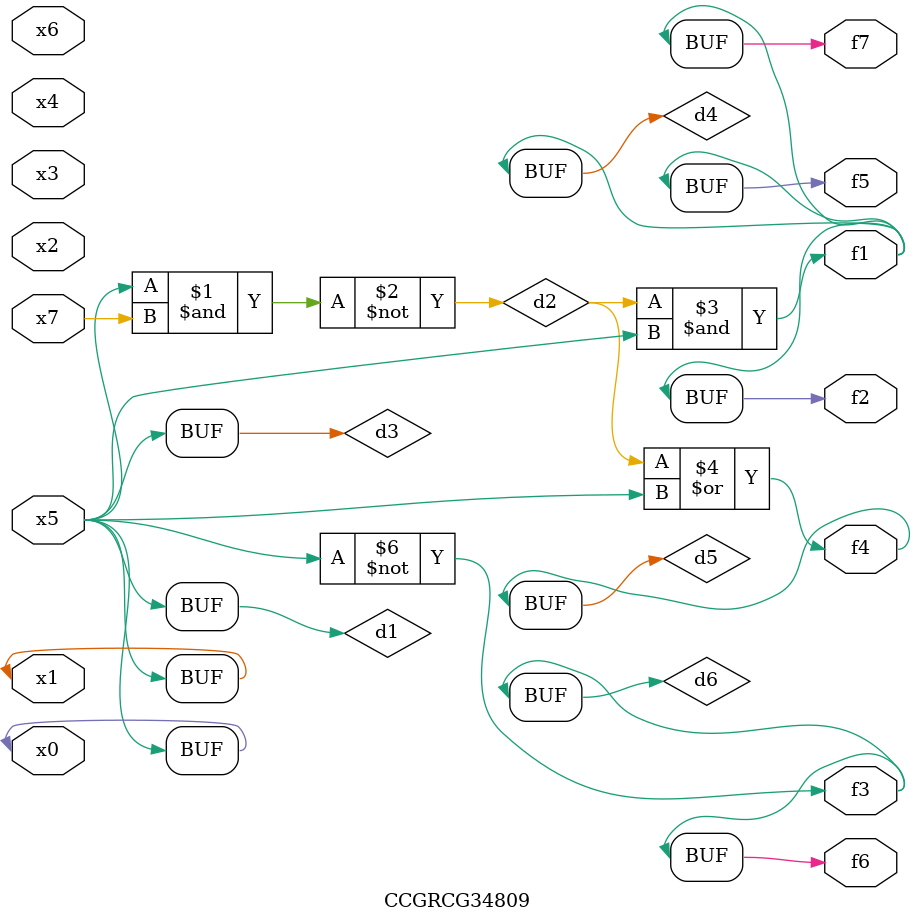
<source format=v>
module CCGRCG34809(
	input x0, x1, x2, x3, x4, x5, x6, x7,
	output f1, f2, f3, f4, f5, f6, f7
);

	wire d1, d2, d3, d4, d5, d6;

	buf (d1, x0, x5);
	nand (d2, x5, x7);
	buf (d3, x0, x1);
	and (d4, d2, d3);
	or (d5, d2, d3);
	nor (d6, d1, d3);
	assign f1 = d4;
	assign f2 = d4;
	assign f3 = d6;
	assign f4 = d5;
	assign f5 = d4;
	assign f6 = d6;
	assign f7 = d4;
endmodule

</source>
